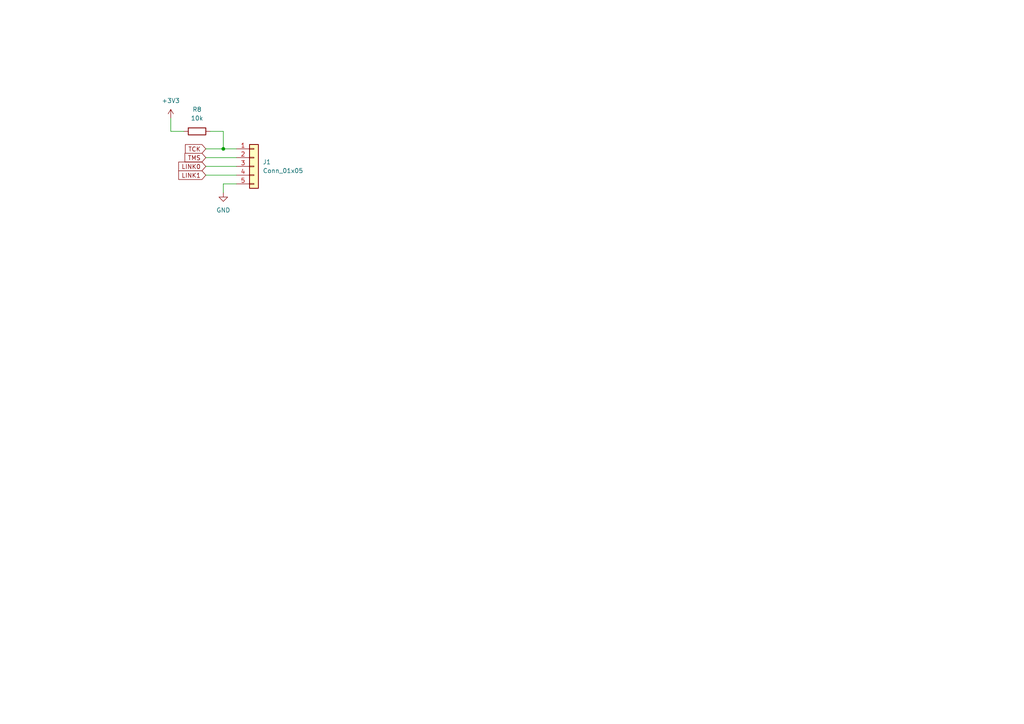
<source format=kicad_sch>
(kicad_sch (version 20231120) (generator "eeschema") (generator_version "8.0")
  (paper "A4")
  (lib_symbols
    (symbol "Connector_Generic:Conn_01x05" (pin_names (offset 1.016) hide)
      (property "Reference" "J" (at 0 7.62 0))
      (property "Value" "Conn_01x05" (at 0 -7.62 0))
      (symbol "Conn_01x05_1_1"
        (rectangle (start -1.27 -4.953) (end 0 -5.207) (stroke (width 0.1524)))
        (rectangle (start -1.27 -2.413) (end 0 -2.667) (stroke (width 0.1524)))
        (rectangle (start -1.27 0.127) (end 0 -0.127) (stroke (width 0.1524)))
        (rectangle (start -1.27 2.667) (end 0 2.413) (stroke (width 0.1524)))
        (rectangle (start -1.27 5.207) (end 0 4.953) (stroke (width 0.1524)))
        (rectangle (start -1.27 6.35) (end 1.27 -6.35) (stroke (width 0.254)) (fill (type background)))
        (pin passive line (at -5.08 5.08 0) (length 3.81) (name "Pin_1") (number "1"))
        (pin passive line (at -5.08 2.54 0) (length 3.81) (name "Pin_2") (number "2"))
        (pin passive line (at -5.08 0 0) (length 3.81) (name "Pin_3") (number "3"))
        (pin passive line (at -5.08 -2.54 0) (length 3.81) (name "Pin_4") (number "4"))
        (pin passive line (at -5.08 -5.08 0) (length 3.81) (name "Pin_5") (number "5"))
      )
    )
    (symbol "Device:R" (pin_numbers hide) (pin_names (offset 0))
      (property "Reference" "R" (at 2.032 0 90))
      (property "Value" "R" (at 0 0 90))
      (symbol "R_0_1"
        (rectangle (start -1.016 -2.54) (end 1.016 2.54) (stroke (width 0.254)))
      )
      (symbol "R_1_1"
        (pin passive line (at 0 3.81 270) (length 1.27) (name "~") (number "1"))
        (pin passive line (at 0 -3.81 90) (length 1.27) (name "~") (number "2"))
      )
    )
    (symbol "power:+3V3" (power) (pin_numbers hide) (pin_names (offset 0) hide)
      (property "Value" "+3V3" (at 0 3.556 0))
      (symbol "+3V3_0_1"
        (polyline (pts (xy -0.762 1.27) (xy 0 2.54)))
        (polyline (pts (xy 0 0) (xy 0 2.54)))
        (polyline (pts (xy 0 2.54) (xy 0.762 1.27)))
      )
      (symbol "+3V3_1_1"
        (pin power_in line (at 0 0 90) (length 0) (name "~") (number "1"))
      )
    )
    (symbol "power:GND" (power) (pin_numbers hide) (pin_names (offset 0) hide)
      (property "Value" "GND" (at 0 -3.81 0))
      (symbol "GND_0_1"
        (polyline (pts (xy 0 0) (xy 0 -1.27) (xy 1.27 -1.27) (xy 0 -2.54) (xy -1.27 -1.27) (xy 0 -1.27)))
      )
      (symbol "GND_1_1"
        (pin power_in line (at 0 0 270) (length 0) (name "~") (number "1"))
      )
    )
  )
  (junction (at 64.77 43.18))
  (wire (pts (xy 68.58 53.34) (xy 64.77 53.34)))
  (wire (pts (xy 49.53 38.1) (xy 49.53 34.29)))
  (wire (pts (xy 64.77 38.1) (xy 64.77 43.18)))
  (wire (pts (xy 59.69 43.18) (xy 64.77 43.18)))
  (wire (pts (xy 64.77 43.18) (xy 68.58 43.18)))
  (wire (pts (xy 59.69 45.72) (xy 68.58 45.72)))
  (wire (pts (xy 59.69 50.8) (xy 68.58 50.8)))
  (wire (pts (xy 53.34 38.1) (xy 49.53 38.1)))
  (wire (pts (xy 64.77 53.34) (xy 64.77 55.88)))
  (wire (pts (xy 60.96 38.1) (xy 64.77 38.1)))
  (wire (pts (xy 59.69 48.26) (xy 68.58 48.26)))
  (global_label "TCK" (shape input) (at 59.69 43.18 180) (property "Intersheetrefs" "${INTERSHEET_REFS}" (effects (hide yes))))
  (global_label "LINK0" (shape input) (at 59.69 48.26 180) (property "Intersheetrefs" "${INTERSHEET_REFS}" (effects (hide yes))))
  (global_label "LINK1" (shape input) (at 59.69 50.8 180) (property "Intersheetrefs" "${INTERSHEET_REFS}" (effects (hide yes))))
  (global_label "TMS" (shape input) (at 59.69 45.72 180) (property "Intersheetrefs" "${INTERSHEET_REFS}" (effects (hide yes))))
  (symbol (lib_id "power:+3V3") (at 49.53 34.29 0) (unit 1)
    (property "Reference" "#PWR09" (effects (hide yes)))
    (property "Value" "+3V3" (at 49.53 29.21 0))
    (property "Description" "Power symbol creates a global label with name \"+3V3\"" (effects (hide yes)))
  )
  (symbol (lib_id "Connector_Generic:Conn_01x05") (at 73.66 48.26 0) (unit 1)
    (property "Reference" "J1" (at 76.2 46.9899 0) (effects (justify left)))
    (property "Value" "Conn_01x05" (at 76.2 49.5299 0) (effects (justify left)))
    (property "Footprint" "Connector_PinHeader_2.54mm:PinHeader_1x05_P2.54mm_Vertical" (effects (hide yes)))
    (property "Description" "Generic connector, single row, 01x05, script generated (kicad-library-utils/schlib/autogen/connector/)" (effects (hide yes)))
  )
  (symbol (lib_id "Device:R") (at 57.15 38.1 90) (unit 1)
    (property "Reference" "R8" (at 57.15 31.75 90))
    (property "Value" "10k" (at 57.15 34.29 90))
    (property "Footprint" "Resistor_SMD:R_0805_2012Metric" (effects (hide yes)))
    (property "Description" "Resistor" (effects (hide yes)))
  )
  (symbol (lib_id "power:GND") (at 64.77 55.88 0) (unit 1)
    (property "Reference" "#PWR038" (effects (hide yes)))
    (property "Value" "GND" (at 64.77 60.96 0))
    (property "Description" "Power symbol creates a global label with name \"GND\" , ground" (effects (hide yes)))
  )
)
</source>
